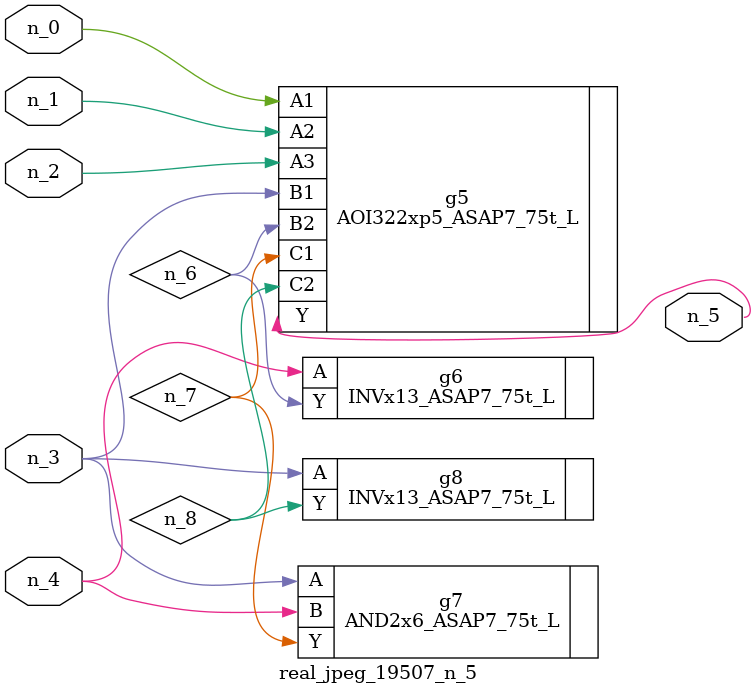
<source format=v>
module real_jpeg_19507_n_5 (n_4, n_0, n_1, n_2, n_3, n_5);

input n_4;
input n_0;
input n_1;
input n_2;
input n_3;

output n_5;

wire n_8;
wire n_6;
wire n_7;

AOI322xp5_ASAP7_75t_L g5 ( 
.A1(n_0),
.A2(n_1),
.A3(n_2),
.B1(n_3),
.B2(n_6),
.C1(n_7),
.C2(n_8),
.Y(n_5)
);

AND2x6_ASAP7_75t_L g7 ( 
.A(n_3),
.B(n_4),
.Y(n_7)
);

INVx13_ASAP7_75t_L g8 ( 
.A(n_3),
.Y(n_8)
);

INVx13_ASAP7_75t_L g6 ( 
.A(n_4),
.Y(n_6)
);


endmodule
</source>
